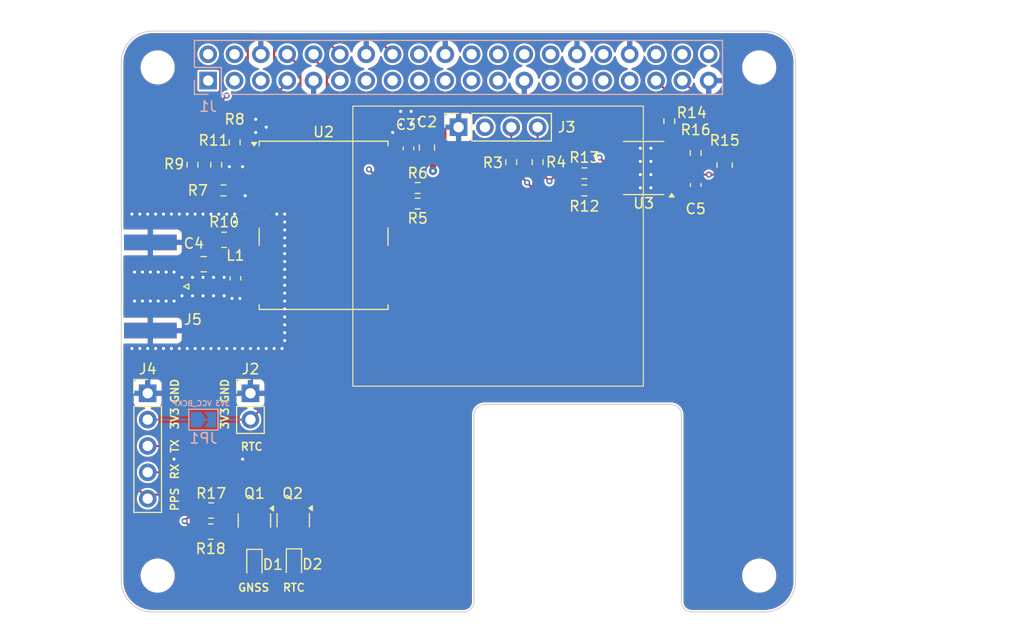
<source format=kicad_pcb>
(kicad_pcb (version 20241229) (generator "pcbnew") (generator_version "9.0")
  (title_block (date "15 nov 2012"))
  (layers (0 "F.Cu" signal) (4 "In1.Cu" signal) (6 "In2.Cu" signal) (2 "B.Cu" signal) (13 "F.Paste" user) (15 "B.Paste" user) (5 "F.SilkS" user "F.Silkscreen") (7 "B.SilkS" user "B.Silkscreen") (1 "F.Mask" user) (3 "B.Mask" user) (25 "Edge.Cuts" user))
  (net 0 "")
  (net 1 "GND")
  (net 2 "/GPIO17")
  (net 3 "/GPIO27")
  (net 4 "/GPIO22")
  (net 5 "/GPIO10{slash}SPI0.MOSI")
  (net 6 "/GPIO9{slash}SPI0.MISO")
  (net 7 "/GPIO25")
  (net 8 "/GPIO11{slash}SPI0.SCLK")
  (net 9 "/GPIO8{slash}SPI0.CE0")
  (net 10 "/GPIO7{slash}SPI0.CE1")
  (net 11 "/ID_SDA")
  (net 12 "/ID_SCL")
  (net 13 "/GPIO5")
  (net 14 "/GPIO6")
  (net 15 "/GPIO12{slash}PWM0")
  (net 16 "/GPIO13{slash}PWM1")
  (net 17 "/GPIO16")
  (net 18 "/GPIO20{slash}PCM.DIN")
  (net 19 "/GPIO21{slash}PCM.DOUT")
  (net 20 "+5V")
  (net 21 "UART_TX")
  (net 22 "+3.3V")
  (net 23 "UART_RX")
  (net 24 "SCL")
  (net 25 "SDA")
  (net 26 "PPS")
  (net 27 "VCC_BCKP")
  (net 28 "RESET")
  (net 29 "SAFEBOOT")
  (net 30 "EXTINT")
  (net 31 "PPS_RTC")
  (net 32 "RTC_RESET")
  (net 33 "Net-(D1-K)")
  (net 34 "Net-(D2-K)")
  (net 35 "Net-(C4-Pad1)")
  (net 36 "Net-(J3-Pin_3)")
  (net 37 "Net-(J3-Pin_4)")
  (net 38 "Net-(J5-In)")
  (net 39 "Net-(U2-TXD)")
  (net 40 "Net-(U2-RXD)")
  (net 41 "Net-(U2-EXTINT)")
  (net 42 "Net-(U2-SAFEBOOT_N)")
  (net 43 "Net-(U2-~{RESET})")
  (net 44 "Net-(U2-VCC_RF)")
  (net 45 "Net-(U2-TIMEPULSE)")
  (net 46 "Net-(U3-SCL)")
  (net 47 "Net-(U3-SDA)")
  (net 48 "Net-(U3-~{RST})")
  (net 49 "Net-(U3-~{INT}{slash}SQW)")
  (net 61 "Net-(D1-A)")
  (net 62 "Net-(D2-A)")
  (footprint "Connector_PinSocket_2.54mm:PinSocket_1x04_P2.54mm_Vertical" (layer "F.Cu") (at 132.512 53.264 90)
    (property "Reference" "J3" (at 0 10.414 180) (layer "F.SilkS"))
    (property "Value" "OLED")
    (pad "1" thru_hole rect (at 0 0 90) (size 1.7 1.7) (drill 1) (layers "*.Cu" "*.Mask") (net 1 "GND"))
    (pad "2" thru_hole oval (at 0 2.54 90) (size 1.7 1.7) (drill 1) (layers "*.Cu" "*.Mask") (net 22 "+3.3V"))
    (pad "3" thru_hole oval (at 0 5.08 90) (size 1.7 1.7) (drill 1) (layers "*.Cu" "*.Mask") (net 36 "Net-(J3-Pin_3)"))
    (pad "4" thru_hole oval (at 0 7.62 90) (size 1.7 1.7) (drill 1) (layers "*.Cu" "*.Mask") (net 37 "Net-(J3-Pin_4)"))
  )
  (footprint "Resistor_SMD:R_0805_2012Metric" (layer "F.Cu") (at 108.6595 90.221)
    (property "Reference" "R17" (at 0 -1.65 0) (layer "F.SilkS"))
    (property "Value" "1k")
    (pad "1" smd roundrect (at -0.9125 0) (size 1.025 1.4) (layers "F.Cu" "F.Mask" "F.Paste") (roundrect_rratio 0.243902) (net 22 "+3.3V"))
    (pad "2" smd roundrect (at 0.9125 0) (size 1.025 1.4) (layers "F.Cu" "F.Mask" "F.Paste") (roundrect_rratio 0.243902) (net 61 "Net-(D1-A)"))
  )
  (footprint "MountingHole:MountingHole_2.7mm_M2.5" (layer "F.Cu") (at 161.5 47.5)
    (property "Reference" "MH2" (hide yes))
    (property "Value" "MountingHole_2.7mm_M2.5" (hide yes))
    (pad "" np_thru_hole circle (at 0 0) (size 2.7 2.7) (drill 2.7) (layers "*.Cu" "*.Mask"))
  )
  (footprint "Resistor_SMD:R_0805_2012Metric" (layer "F.Cu") (at 108.6125 92.253)
    (property "Reference" "R18" (at 0 1.651 0) (layer "F.SilkS"))
    (property "Value" "1k")
    (pad "1" smd roundrect (at -0.9125 0) (size 1.025 1.4) (layers "F.Cu" "F.Mask" "F.Paste") (roundrect_rratio 0.243902) (net 22 "+3.3V"))
    (pad "2" smd roundrect (at 0.9125 0) (size 1.025 1.4) (layers "F.Cu" "F.Mask" "F.Paste") (roundrect_rratio 0.243902) (net 62 "Net-(D2-A)"))
  )
  (footprint "Resistor_SMD:R_0603_1608Metric" (layer "F.Cu") (at 140.132 56.629 -90)
    (property "Reference" "R4" (at 0 -1.778 0) (layer "F.SilkS"))
    (property "Value" "33")
    (pad "1" smd roundrect (at -0.825 0 270) (size 0.8 0.95) (layers "F.Cu" "F.Mask" "F.Paste") (net 37 "Net-(J3-Pin_4)"))
    (pad "2" smd roundrect (at 0.825 0 270) (size 0.8 0.95) (layers "F.Cu" "F.Mask" "F.Paste") (net 25 "SDA"))
  )
  (footprint "Resistor_SMD:R_0603_1608Metric" (layer "F.Cu") (at 155.372 55.741 -90)
    (property "Reference" "R16" (at -2.223 0 180) (layer "F.SilkS"))
    (property "Value" "33")
    (pad "1" smd roundrect (at -0.825 0 270) (size 0.8 0.95) (layers "F.Cu" "F.Mask" "F.Paste") (net 31 "PPS_RTC"))
    (pad "2" smd roundrect (at 0.825 0 270) (size 0.8 0.95) (layers "F.Cu" "F.Mask" "F.Paste") (net 49 "Net-(U3-~{INT}{slash}SQW)"))
  )
  (footprint "Resistor_SMD:R_0603_1608Metric" (layer "F.Cu") (at 137.592 56.629 90)
    (property "Reference" "R3" (at -0.063 -1.778 0) (layer "F.SilkS"))
    (property "Value" "33")
    (pad "1" smd roundrect (at -0.825 0 90) (size 0.8 0.95) (layers "F.Cu" "F.Mask" "F.Paste") (net 24 "SCL"))
    (pad "2" smd roundrect (at 0.825 0 90) (size 0.8 0.95) (layers "F.Cu" "F.Mask" "F.Paste") (net 36 "Net-(J3-Pin_3)"))
  )
  (footprint "Resistor_SMD:R_0603_1608Metric" (layer "F.Cu") (at 109.144 56.883 -90)
    (property "Reference" "R11" (at -2.349 0.254 180) (layer "F.SilkS"))
    (property "Value" "33")
    (pad "1" smd roundrect (at -0.825 0 270) (size 0.8 0.95) (layers "F.Cu" "F.Mask" "F.Paste") (net 26 "PPS"))
    (pad "2" smd roundrect (at 0.825 0 270) (size 0.8 0.95) (layers "F.Cu" "F.Mask" "F.Paste") (net 45 "Net-(U2-TIMEPULSE)"))
  )
  (footprint "Package_TO_SOT_SMD:SOT-23" (layer "F.Cu") (at 116.571 91.1585 -90)
    (property "Reference" "Q2" (at -2.5885 0.061 180) (layer "F.SilkS"))
    (property "Value" "BC846")
    (pad "1" smd roundrect (at -0.9375 -0.95 270) (size 1.475 0.6) (layers "F.Cu" "F.Mask" "F.Paste") (net 31 "PPS_RTC"))
    (pad "2" smd roundrect (at -0.9375 0.95 270) (size 1.475 0.6) (layers "F.Cu" "F.Mask" "F.Paste") (net 1 "GND"))
    (pad "3" smd roundrect (at 0.9375 0 270) (size 1.475 0.6) (layers "F.Cu" "F.Mask" "F.Paste") (net 34 "Net-(D2-K)"))
  )
  (footprint "RF_GPS:ublox_NEO" (layer "F.Cu") (at 119.496 62.724)
    (property "Reference" "U2" (at 0 -9 0) (layer "F.SilkS"))
    (property "Value" "NEO-F10T")
    (pad "1" smd roundrect (at -6 -7) (size 1.8 0.8) (layers "F.Cu" "F.Mask" "F.Paste") (net 42 "Net-(U2-SAFEBOOT_N)"))
    (pad "2" smd roundrect (at -6 -5.9) (size 1.8 0.8) (layers "F.Cu" "F.Mask" "F.Paste"))
    (pad "3" smd roundrect (at -6 -4.8) (size 1.8 0.8) (layers "F.Cu" "F.Mask" "F.Paste") (net 45 "Net-(U2-TIMEPULSE)"))
    (pad "4" smd roundrect (at -6 -3.7) (size 1.8 0.8) (layers "F.Cu" "F.Mask" "F.Paste") (net 41 "Net-(U2-EXTINT)"))
    (pad "5" smd roundrect (at -6 -2.6) (size 1.8 0.8) (layers "F.Cu" "F.Mask" "F.Paste"))
    (pad "6" smd roundrect (at -6 -1.5) (size 1.8 0.8) (layers "F.Cu" "F.Mask" "F.Paste"))
    (pad "7" smd roundrect (at -6 -0.4) (size 1.8 0.8) (layers "F.Cu" "F.Mask" "F.Paste"))
    (pad "8" smd roundrect (at -6 2.6) (size 1.8 0.8) (layers "F.Cu" "F.Mask" "F.Paste") (net 43 "Net-(U2-~{RESET})"))
    (pad "9" smd roundrect (at -6 3.7) (size 1.8 0.8) (layers "F.Cu" "F.Mask" "F.Paste") (net 44 "Net-(U2-VCC_RF)"))
    (pad "10" smd roundrect (at -6 4.8) (size 1.8 0.8) (layers "F.Cu" "F.Mask" "F.Paste") (net 1 "GND"))
    (pad "11" smd roundrect (at -6 5.9) (size 1.8 0.8) (layers "F.Cu" "F.Mask" "F.Paste") (net 38 "Net-(J5-In)"))
    (pad "12" smd roundrect (at -6 7) (size 1.8 0.8) (layers "F.Cu" "F.Mask" "F.Paste") (net 1 "GND"))
    (pad "13" smd roundrect (at 6 7) (size 1.8 0.8) (layers "F.Cu" "F.Mask" "F.Paste") (net 1 "GND"))
    (pad "14" smd roundrect (at 6 5.9) (size 1.8 0.8) (layers "F.Cu" "F.Mask" "F.Paste"))
    (pad "15" smd roundrect (at 6 4.8) (size 1.8 0.8) (layers "F.Cu" "F.Mask" "F.Paste"))
    (pad "16" smd roundrect (at 6 3.7) (size 1.8 0.8) (layers "F.Cu" "F.Mask" "F.Paste"))
    (pad "17" smd roundrect (at 6 2.6) (size 1.8 0.8) (layers "F.Cu" "F.Mask" "F.Paste"))
    (pad "18" smd roundrect (at 6 -0.4) (size 1.8 0.8) (layers "F.Cu" "F.Mask" "F.Paste"))
    (pad "19" smd roundrect (at 6 -1.5) (size 1.8 0.8) (layers "F.Cu" "F.Mask" "F.Paste"))
    (pad "20" smd roundrect (at 6 -2.6) (size 1.8 0.8) (layers "F.Cu" "F.Mask" "F.Paste") (net 39 "Net-(U2-TXD)"))
    (pad "21" smd roundrect (at 6 -3.7) (size 1.8 0.8) (layers "F.Cu" "F.Mask" "F.Paste") (net 40 "Net-(U2-RXD)"))
    (pad "22" smd roundrect (at 6 -4.8) (size 1.8 0.8) (layers "F.Cu" "F.Mask" "F.Paste") (net 27 "VCC_BCKP"))
    (pad "23" smd roundrect (at 6 -5.9) (size 1.8 0.8) (layers "F.Cu" "F.Mask" "F.Paste") (net 22 "+3.3V"))
    (pad "24" smd roundrect (at 6 -7) (size 1.8 0.8) (layers "F.Cu" "F.Mask" "F.Paste") (net 1 "GND"))
  )
  (footprint "Resistor_SMD:R_0805_2012Metric" (layer "F.Cu") (at 158.166 56.9235 -90)
    (property "Reference" "R15" (at -2.3895 0 180) (layer "F.SilkS"))
    (property "Value" "10k")
    (pad "1" smd roundrect (at -0.9125 0 270) (size 1.025 1.4) (layers "F.Cu" "F.Mask" "F.Paste") (roundrect_rratio 0.243902) (net 49 "Net-(U3-~{INT}{slash}SQW)"))
    (pad "2" smd roundrect (at 0.9125 0 270) (size 1.025 1.4) (layers "F.Cu" "F.Mask" "F.Paste") (roundrect_rratio 0.243902) (net 22 "+3.3V"))
  )
  (footprint "MountingHole:MountingHole_2.7mm_M2.5" (layer "F.Cu") (at 103.5 96.5)
    (property "Reference" "MH3" (hide yes))
    (property "Value" "MountingHole_2.7mm_M2.5" (hide yes))
    (pad "" np_thru_hole circle (at 0 0) (size 2.7 2.7) (drill 2.7) (layers "*.Cu" "*.Mask"))
  )
  (footprint "Capacitor_SMD:C_0603_1608Metric" (layer "F.Cu") (at 127.686 55.309 -90)
    (property "Reference" "C3" (at -2.299 0.254 180) (layer "F.SilkS"))
    (property "Value" "1u")
    (pad "1" smd roundrect (at -0.775 0 270) (size 0.9 0.95) (layers "F.Cu" "F.Mask" "F.Paste") (net 1 "GND"))
    (pad "2" smd roundrect (at 0.775 0 270) (size 0.9 0.95) (layers "F.Cu" "F.Mask" "F.Paste") (net 22 "+3.3V"))
  )
  (footprint "Capacitor_SMD:C_0805_2012Metric" (layer "F.Cu") (at 107.94 66.472 180)
    (property "Reference" "C4" (at 0.95 2 0) (layer "F.SilkS"))
    (property "Value" "10n")
    (pad "1" smd roundrect (at -0.95 0 180) (size 1 1.45) (layers "F.Cu" "F.Mask" "F.Paste") (net 35 "Net-(C4-Pad1)"))
    (pad "2" smd roundrect (at 0.95 0 180) (size 1 1.45) (layers "F.Cu" "F.Mask" "F.Paste") (net 1 "GND"))
  )
  (footprint "Resistor_SMD:R_0603_1608Metric" (layer "F.Cu") (at 110.922 54.725 -90)
    (property "Reference" "R8" (at -2.223 0 180) (layer "F.SilkS"))
    (property "Value" "33")
    (pad "1" smd roundrect (at -0.825 0 270) (size 0.8 0.95) (layers "F.Cu" "F.Mask" "F.Paste") (net 29 "SAFEBOOT"))
    (pad "2" smd roundrect (at 0.825 0 270) (size 0.8 0.95) (layers "F.Cu" "F.Mask" "F.Paste") (net 42 "Net-(U2-SAFEBOOT_N)"))
  )
  (footprint "Connector_PinHeader_2.54mm:PinHeader_1x02_P2.54mm_Vertical" (layer "F.Cu") (at 112.446 78.918)
    (property "Reference" "J2" (at 0 -2.33 0) (layer "F.SilkS"))
    (property "Value" "BCKP_PWR")
    (pad "1" thru_hole rect (at 0 0) (size 1.7 1.7) (drill 1) (layers "*.Cu" "*.Mask") (net 1 "GND"))
    (pad "2" thru_hole oval (at 0 2.54) (size 1.7 1.7) (drill 1) (layers "*.Cu" "*.Mask") (net 27 "VCC_BCKP"))
  )
  (footprint "MountingHole:MountingHole_2.7mm_M2.5" (layer "F.Cu") (at 103.5 47.5)
    (property "Reference" "MH1" (hide yes))
    (property "Value" "MountingHole_2.7mm_M2.5" (hide yes))
    (pad "" np_thru_hole circle (at 0 0) (size 2.7 2.7) (drill 2.7) (layers "*.Cu" "*.Mask"))
  )
  (footprint "Resistor_SMD:R_0603_1608Metric" (layer "F.Cu") (at 144.641 59.36)
    (property "Reference" "R12" (at 0 1.524 0) (layer "F.SilkS"))
    (property "Value" "33")
    (pad "1" smd roundrect (at -0.825 0) (size 0.8 0.95) (layers "F.Cu" "F.Mask" "F.Paste") (net 24 "SCL"))
    (pad "2" smd roundrect (at 0.825 0) (size 0.8 0.95) (layers "F.Cu" "F.Mask" "F.Paste") (net 46 "Net-(U3-SCL)"))
  )
  (footprint "Connector_PinHeader_2.54mm:PinHeader_1x05_P2.54mm_Vertical" (layer "F.Cu") (at 102.54 78.918)
    (property "Reference" "J4" (at 0 -2.33 0) (layer "F.SilkS"))
    (property "Value" "EXTERNAL")
    (pad "1" thru_hole rect (at 0 0) (size 1.7 1.7) (drill 1) (layers "*.Cu" "*.Mask") (net 1 "GND"))
    (pad "2" thru_hole oval (at 0 2.54) (size 1.7 1.7) (drill 1) (layers "*.Cu" "*.Mask") (net 22 "+3.3V"))
    (pad "3" thru_hole oval (at 0 5.08) (size 1.7 1.7) (drill 1) (layers "*.Cu" "*.Mask") (net 21 "UART_TX"))
    (pad "4" thru_hole oval (at 0 7.62) (size 1.7 1.7) (drill 1) (layers "*.Cu" "*.Mask") (net 23 "UART_RX"))
    (pad "5" thru_hole oval (at 0 10.16) (size 1.7 1.7) (drill 1) (layers "*.Cu" "*.Mask") (net 26 "PPS"))
  )
  (footprint "Capacitor_SMD:C_0805_2012Metric" (layer "F.Cu") (at 129.464 55.23 -90)
    (property "Reference" "C2" (at -2.474 0 180) (layer "F.SilkS"))
    (property "Value" "22u")
    (pad "1" smd roundrect (at -0.95 0 270) (size 1 1.45) (layers "F.Cu" "F.Mask" "F.Paste") (net 1 "GND"))
    (pad "2" smd roundrect (at 0.95 0 270) (size 1 1.45) (layers "F.Cu" "F.Mask" "F.Paste") (net 22 "+3.3V"))
  )
  (footprint "Resistor_SMD:R_0603_1608Metric" (layer "F.Cu") (at 152.832 52.693 90)
    (property "Reference" "R14" (at 0.826 2.159 180) (layer "F.SilkS"))
    (property "Value" "33")
    (pad "1" smd roundrect (at -0.825 0 90) (size 0.8 0.95) (layers "F.Cu" "F.Mask" "F.Paste") (net 48 "Net-(U3-~{RST})"))
    (pad "2" smd roundrect (at 0.825 0 90) (size 0.8 0.95) (layers "F.Cu" "F.Mask" "F.Paste") (net 32 "RTC_RESET"))
  )
  (footprint "Inductor_SMD:L_0603_1608Metric" (layer "F.Cu") (at 110.996 67.8365 -90)
    (property "Reference" "L1" (at -2.2125 0 180) (layer "F.SilkS"))
    (property "Value" "47n")
    (pad "1" smd roundrect (at -0.7875 0 270) (size 0.875 0.95) (layers "F.Cu" "F.Mask" "F.Paste") (net 35 "Net-(C4-Pad1)"))
    (pad "2" smd roundrect (at 0.7875 0 270) (size 0.875 0.95) (layers "F.Cu" "F.Mask" "F.Paste") (net 38 "Net-(J5-In)"))
  )
  (footprint "Resistor_SMD:R_0603_1608Metric" (layer "F.Cu") (at 144.641 57.709 180)
    (property "Reference" "R13" (at 0 1.524 0) (layer "F.SilkS"))
    (property "Value" "33")
    (pad "1" smd roundrect (at -0.825 0 180) (size 0.8 0.95) (layers "F.Cu" "F.Mask" "F.Paste") (net 47 "Net-(U3-SDA)"))
    (pad "2" smd roundrect (at 0.825 0 180) (size 0.8 0.95) (layers "F.Cu" "F.Mask" "F.Paste") (net 25 "SDA"))
  )
  (footprint "Package_SO:SOIC-8_3.9x4.9mm_P1.27mm" (layer "F.Cu") (at 150.357 57.201 180)
    (property "Reference" "U3" (at 0 -3.4 0) (layer "F.SilkS"))
    (property "Value" "DS3231MZ")
    (pad "1" smd roundrect (at -2.475 -1.905 180) (size 1.95 0.6) (layers "F.Cu" "F.Mask" "F.Paste"))
    (pad "2" smd roundrect (at -2.475 -0.635 180) (size 1.95 0.6) (layers "F.Cu" "F.Mask" "F.Paste") (net 22 "+3.3V"))
    (pad "3" smd roundrect (at -2.475 0.635 180) (size 1.95 0.6) (layers "F.Cu" "F.Mask" "F.Paste") (net 49 "Net-(U3-~{INT}{slash}SQW)"))
    (pad "4" smd roundrect (at -2.475 1.905 180) (size 1.95 0.6) (layers "F.Cu" "F.Mask" "F.Paste") (net 48 "Net-(U3-~{RST})"))
    (pad "5" smd roundrect (at 2.475 1.905 180) (size 1.95 0.6) (layers "F.Cu" "F.Mask" "F.Paste") (net 1 "GND"))
    (pad "6" smd roundrect (at 2.475 0.635 180) (size 1.95 0.6) (layers "F.Cu" "F.Mask" "F.Paste") (net 27 "VCC_BCKP"))
    (pad "7" smd roundrect (at 2.475 -0.635 180) (size 1.95 0.6) (layers "F.Cu" "F.Mask" "F.Paste") (net 47 "Net-(U3-SDA)"))
    (pad "8" smd roundrect (at 2.475 -1.905 180) (size 1.95 0.6) (layers "F.Cu" "F.Mask" "F.Paste") (net 46 "Net-(U3-SCL)"))
  )
  (footprint "MountingHole:MountingHole_2.7mm_M2.5" (layer "F.Cu") (at 161.5 96.5)
    (property "Reference" "MH4" (hide yes))
    (property "Value" "MountingHole_2.7mm_M2.5" (hide yes))
    (pad "" np_thru_hole circle (at 0 0) (size 2.7 2.7) (drill 2.7) (layers "*.Cu" "*.Mask"))
  )
  (footprint "LED_SMD:LED_0603_1608Metric" (layer "F.Cu") (at 116.637 95.4025 -90)
    (property "Reference" "D2" (at 0 -1.778 180) (layer "F.SilkS"))
    (property "Value" "LED")
    (pad "1" smd roundrect (at -0.7875 0 270) (size 0.875 0.95) (layers "F.Cu" "F.Mask" "F.Paste") (net 34 "Net-(D2-K)"))
    (pad "2" smd roundrect (at 0.7875 0 270) (size 0.875 0.95) (layers "F.Cu" "F.Mask" "F.Paste") (net 62 "Net-(D2-A)"))
  )
  (footprint "Package_TO_SOT_SMD:SOT-23" (layer "F.Cu") (at 112.827 91.1885 -90)
    (property "Reference" "Q1" (at -2.6185 0 180) (layer "F.SilkS"))
    (property "Value" "BC846")
    (pad "1" smd roundrect (at -0.9375 -0.95 270) (size 1.475 0.6) (layers "F.Cu" "F.Mask" "F.Paste") (net 26 "PPS"))
    (pad "2" smd roundrect (at -0.9375 0.95 270) (size 1.475 0.6) (layers "F.Cu" "F.Mask" "F.Paste") (net 1 "GND"))
    (pad "3" smd roundrect (at 0.9375 0 270) (size 1.475 0.6) (layers "F.Cu" "F.Mask" "F.Paste") (net 33 "Net-(D1-K)"))
  )
  (footprint "LED_SMD:LED_0603_1608Metric" (layer "F.Cu") (at 112.827 95.4535 -90)
    (property "Reference" "D1" (at -0.0255 -1.778 180) (layer "F.SilkS"))
    (property "Value" "LED")
    (pad "1" smd roundrect (at -0.7875 0 270) (size 0.875 0.95) (layers "F.Cu" "F.Mask" "F.Paste") (net 33 "Net-(D1-K)"))
    (pad "2" smd roundrect (at 0.7875 0 270) (size 0.875 0.95) (layers "F.Cu" "F.Mask" "F.Paste") (net 61 "Net-(D1-A)"))
  )
  (footprint "Resistor_SMD:R_0603_1608Metric" (layer "F.Cu") (at 128.571 59.124)
    (property "Reference" "R6" (at 0 -1.43 0) (layer "F.SilkS"))
    (property "Value" "33")
    (pad "1" smd roundrect (at -0.825 0) (size 0.8 0.95) (layers "F.Cu" "F.Mask" "F.Paste") (net 40 "Net-(U2-RXD)"))
    (pad "2" smd roundrect (at 0.825 0) (size 0.8 0.95) (layers "F.Cu" "F.Mask" "F.Paste") (net 21 "UART_TX"))
  )
  (footprint "Resistor_SMD:R_0603_1608Metric" (layer "F.Cu") (at 128.571 60.624 180)
    (property "Reference" "R5" (at 0 -1.43 0) (layer "F.SilkS"))
    (property "Value" "33")
    (pad "1" smd roundrect (at -0.825 0 180) (size 0.8 0.95) (layers "F.Cu" "F.Mask" "F.Paste") (net 23 "UART_RX"))
    (pad "2" smd roundrect (at 0.825 0 180) (size 0.8 0.95) (layers "F.Cu" "F.Mask" "F.Paste") (net 39 "Net-(U2-TXD)"))
  )
  (footprint "Resistor_SMD:R_0805_2012Metric" (layer "F.Cu") (at 109.9085 64.124 180)
    (property "Reference" "R10" (at 0.0025 1.716 0) (layer "F.SilkS"))
    (property "Value" "10")
    (pad "1" smd roundrect (at -0.9125 0 180) (size 1.025 1.4) (layers "F.Cu" "F.Mask" "F.Paste") (roundrect_rratio 0.243902) (net 44 "Net-(U2-VCC_RF)"))
    (pad "2" smd roundrect (at 0.9125 0 180) (size 1.025 1.4) (layers "F.Cu" "F.Mask" "F.Paste") (roundrect_rratio 0.243902) (net 35 "Net-(C4-Pad1)"))
  )
  (footprint "Resistor_SMD:R_0603_1608Metric" (layer "F.Cu") (at 106.858 56.883 90)
    (property "Reference" "R9" (at 0.063 -1.778 180) (layer "F.SilkS"))
    (property "Value" "33")
    (pad "1" smd roundrect (at -0.825 0 90) (size 0.8 0.95) (layers "F.Cu" "F.Mask" "F.Paste") (net 43 "Net-(U2-~{RESET})"))
    (pad "2" smd roundrect (at 0.825 0 90) (size 0.8 0.95) (layers "F.Cu" "F.Mask" "F.Paste") (net 28 "RESET"))
  )
  (footprint "Connector_Coaxial:SMA_Amphenol_132289_EdgeMount" (layer "F.Cu") (at 102.794 68.624 180)
    (property "Reference" "J5" (at -4.108 -3.182 180) (layer "F.SilkS"))
    (property "Value" "SMA")
    (pad "1" smd rect (at 0 0 270) (size 1.5 5.08) (layers "F.Cu" "F.Mask" "F.Paste") (net 38 "Net-(J5-In)"))
    (pad "2" smd rect (at 0 -4.25 270) (size 1.5 5.08) (layers "F.Cu" "F.Mask" "F.Paste") (net 1 "GND"))
    (pad "2" smd rect (at 0 -4.25 270) (size 1.5 5.08) (layers "B.Cu" "B.Mask" "B.Paste") (net 1 "GND"))
    (pad "2" smd rect (at 0 4.25 270) (size 1.5 5.08) (layers "F.Cu" "F.Mask" "F.Paste") (net 1 "GND"))
    (pad "2" smd rect (at 0 4.25 270) (size 1.5 5.08) (layers "B.Cu" "B.Mask" "B.Paste") (net 1 "GND"))
  )
  (footprint "Resistor_SMD:R_0603_1608Metric" (layer "F.Cu") (at 109.843 59.36)
    (property "Reference" "R7" (at -2.477 0 0) (layer "F.SilkS"))
    (property "Value" "33")
    (pad "1" smd roundrect (at -0.825 0) (size 0.8 0.95) (layers "F.Cu" "F.Mask" "F.Paste") (net 30 "EXTINT"))
    (pad "2" smd roundrect (at 0.825 0) (size 0.8 0.95) (layers "F.Cu" "F.Mask" "F.Paste") (net 41 "Net-(U2-EXTINT)"))
  )
  (footprint "Capacitor_SMD:C_0603_1608Metric" (layer "F.Cu") (at 155.372 58.839 -90)
    (property "Reference" "C5" (at 2.299 0 180) (layer "F.SilkS"))
    (property "Value" "1u")
    (pad "1" smd roundrect (at -0.775 0 270) (size 0.9 0.95) (layers "F.Cu" "F.Mask" "F.Paste") (net 22 "+3.3V"))
    (pad "2" smd roundrect (at 0.775 0 270) (size 0.9 0.95) (layers "F.Cu" "F.Mask" "F.Paste") (net 1 "GND"))
  )
  (footprint "Connector_PinSocket_2.54mm:PinSocket_2x20_P2.54mm_Vertical" (layer "B.Cu") (at 108.37 48.77 -90)
    (property "Reference" "J1" (at 2.5 0 0) (layer "B.SilkS") (effects (justify mirror)))
    (property "Value" "GPIO")
    (pad "1" thru_hole rect (at 0 0 270) (size 1.7 1.7) (drill 1) (layers "*.Cu" "*.Mask") (net 22 "+3.3V"))
    (pad "2" thru_hole oval (at -2.54 0 270) (size 1.7 1.7) (drill 1) (layers "*.Cu" "*.Mask") (net 20 "+5V"))
    (pad "3" thru_hole oval (at 0 -2.54 270) (size 1.7 1.7) (drill 1) (layers "*.Cu" "*.Mask") (net 25 "SDA"))
    (pad "4" thru_hole oval (at -2.54 -2.54 270) (size 1.7 1.7) (drill 1) (layers "*.Cu" "*.Mask") (net 20 "+5V"))
    (pad "5" thru_hole oval (at 0 -5.08 270) (size 1.7 1.7) (drill 1) (layers "*.Cu" "*.Mask") (net 24 "SCL"))
    (pad "6" thru_hole oval (at -2.54 -5.08 270) (size 1.7 1.7) (drill 1) (layers "*.Cu" "*.Mask") (net 1 "GND"))
    (pad "7" thru_hole oval (at 0 -7.62 270) (size 1.7 1.7) (drill 1) (layers "*.Cu" "*.Mask") (net 26 "PPS"))
    (pad "8" thru_hole oval (at -2.54 -7.62 270) (size 1.7 1.7) (drill 1) (layers "*.Cu" "*.Mask") (net 21 "UART_TX"))
    (pad "9" thru_hole oval (at 0 -10.16 270) (size 1.7 1.7) (drill 1) (layers "*.Cu" "*.Mask") (net 1 "GND"))
    (pad "10" thru_hole oval (at -2.54 -10.16 270) (size 1.7 1.7) (drill 1) (layers "*.Cu" "*.Mask") (net 23 "UART_RX"))
    (pad "11" thru_hole oval (at 0 -12.7 270) (size 1.7 1.7) (drill 1) (layers "*.Cu" "*.Mask") (net 2 "/GPIO17"))
    (pad "12" thru_hole oval (at -2.54 -12.7 270) (size 1.7 1.7) (drill 1) (layers "*.Cu" "*.Mask") (net 29 "SAFEBOOT"))
    (pad "13" thru_hole oval (at 0 -15.24 270) (size 1.7 1.7) (drill 1) (layers "*.Cu" "*.Mask") (net 3 "/GPIO27"))
    (pad "14" thru_hole oval (at -2.54 -15.24 270) (size 1.7 1.7) (drill 1) (layers "*.Cu" "*.Mask") (net 1 "GND"))
    (pad "15" thru_hole oval (at 0 -17.78 270) (size 1.7 1.7) (drill 1) (layers "*.Cu" "*.Mask") (net 4 "/GPIO22"))
    (pad "16" thru_hole oval (at -2.54 -17.78 270) (size 1.7 1.7) (drill 1) (layers "*.Cu" "*.Mask") (net 30 "EXTINT"))
    (pad "17" thru_hole oval (at 0 -20.32 270) (size 1.7 1.7) (drill 1) (layers "*.Cu" "*.Mask") (net 22 "+3.3V"))
    (pad "18" thru_hole oval (at -2.54 -20.32 270) (size 1.7 1.7) (drill 1) (layers "*.Cu" "*.Mask") (net 28 "RESET"))
    (pad "19" thru_hole oval (at 0 -22.86 270) (size 1.7 1.7) (drill 1) (layers "*.Cu" "*.Mask") (net 5 "/GPIO10{slash}SPI0.MOSI"))
    (pad "20" thru_hole oval (at -2.54 -22.86 270) (size 1.7 1.7) (drill 1) (layers "*.Cu" "*.Mask") (net 1 "GND"))
    (pad "21" thru_hole oval (at 0 -25.4 270) (size 1.7 1.7) (drill 1) (layers "*.Cu" "*.Mask") (net 6 "/GPIO9{slash}SPI0.MISO"))
    (pad "22" thru_hole oval (at -2.54 -25.4 270) (size 1.7 1.7) (drill 1) (layers "*.Cu" "*.Mask") (net 7 "/GPIO25"))
    (pad "23" thru_hole oval (at 0 -27.94 270) (size 1.7 1.7) (drill 1) (layers "*.Cu" "*.Mask") (net 8 "/GPIO11{slash}SPI0.SCLK"))
    (pad "24" thru_hole oval (at -2.54 -27.94 270) (size 1.7 1.7) (drill 1) (layers "*.Cu" "*.Mask") (net 9 "/GPIO8{slash}SPI0.CE0"))
    (pad "25" thru_hole oval (at 0 -30.48 270) (size 1.7 1.7) (drill 1) (layers "*.Cu" "*.Mask") (net 1 "GND"))
    (pad "26" thru_hole oval (at -2.54 -30.48 270) (size 1.7 1.7) (drill 1) (layers "*.Cu" "*.Mask") (net 10 "/GPIO7{slash}SPI0.CE1"))
    (pad "27" thru_hole oval (at 0 -33.02 270) (size 1.7 1.7) (drill 1) (layers "*.Cu" "*.Mask") (net 11 "/ID_SDA"))
    (pad "28" thru_hole oval (at -2.54 -33.02 270) (size 1.7 1.7) (drill 1) (layers "*.Cu" "*.Mask") (net 12 "/ID_SCL"))
    (pad "29" thru_hole oval (at 0 -35.56 270) (size 1.7 1.7) (drill 1) (layers "*.Cu" "*.Mask") (net 13 "/GPIO5"))
    (pad "30" thru_hole oval (at -2.54 -35.56 270) (size 1.7 1.7) (drill 1) (layers "*.Cu" "*.Mask") (net 1 "GND"))
    (pad "31" thru_hole oval (at 0 -38.1 270) (size 1.7 1.7) (drill 1) (layers "*.Cu" "*.Mask") (net 14 "/GPIO6"))
    (pad "32" thru_hole oval (at -2.54 -38.1 270) (size 1.7 1.7) (drill 1) (layers "*.Cu" "*.Mask") (net 15 "/GPIO12{slash}PWM0"))
    (pad "33" thru_hole oval (at 0 -40.64 270) (size 1.7 1.7) (drill 1) (layers "*.Cu" "*.Mask") (net 16 "/GPIO13{slash}PWM1"))
    (pad "34" thru_hole oval (at -2.54 -40.64 270) (size 1.7 1.7) (drill 1) (layers "*.Cu" "*.Mask") (net 1 "GND"))
    (pad "35" thru_hole oval (at 0 -43.18 270) (size 1.7 1.7) (drill 1) (layers "*.Cu" "*.Mask") (net 32 "RTC_RESET"))
    (pad "36" thru_hole oval (at -2.54 -43.18 270) (size 1.7 1.7) (drill 1) (layers "*.Cu" "*.Mask") (net 17 "/GPIO16"))
    (pad "37" thru_hole oval (at 0 -45.72 270) (size 1.7 1.7) (drill 1) (layers "*.Cu" "*.Mask") (net 31 "PPS_RTC"))
    (pad "38" thru_hole oval (at -2.54 -45.72 270) (size 1.7 1.7) (drill 1) (layers "*.Cu" "*.Mask") (net 18 "/GPIO20{slash}PCM.DIN"))
    (pad "39" thru_hole oval (at 0 -48.26 270) (size 1.7 1.7) (drill 1) (layers "*.Cu" "*.Mask") (net 1 "GND"))
    (pad "40" thru_hole oval (at -2.54 -48.26 270) (size 1.7 1.7) (drill 1) (layers "*.Cu" "*.Mask") (net 19 "/GPIO21{slash}PCM.DOUT"))
  )
  (footprint "Jumper:SolderJumper-2_P1.3mm_Open_TrianglePad1.0x1.5mm" (layer "B.Cu") (at 107.911 81.458)
    (property "Reference" "JP1" (at 0 1.8 0) (layer "B.SilkS") (effects (justify mirror)))
    (property "Value" "VCC_BCPK_JMPR")
    (pad "1" smd custom (at -0.725 0) (size 0.3 0.3) (layers "B.Cu" "B.Mask") (net 22 "+3.3V") (options (clearance outline) (anchor rect)) (primitives (gr_poly (pts (xy 1 0) (xy 0.5 -0.75) (xy -0.5 -0.75) (xy -0.5 0.75) (xy 0.5 0.75)) (width 0) (fill yes))))
    (pad "2" smd custom (at 0.725 0) (size 0.3 0.3) (layers "B.Cu" "B.Mask") (net 27 "VCC_BCKP") (options (clearance outline) (anchor rect)) (primitives (gr_poly (pts (xy 0.5 -0.75) (xy -0.65 -0.75) (xy -0.15 0) (xy -0.65 0.75) (xy 0.5 0.75)) (width 0) (fill yes))))
  )
  (gr_line (start 122.322 51.232) (end 150.322 51.232) (stroke (width 0.1)) (layer "F.SilkS"))
  (gr_line (start 150.322 78.232) (end 122.322 78.232) (stroke (width 0.1)) (layer "F.SilkS"))
  (gr_line (start 122.322 78.232) (end 122.322 51.232) (stroke (width 0.1)) (layer "F.SilkS"))
  (gr_line (start 150.322 51.232) (end 150.322 78.232) (stroke (width 0.1)) (layer "F.SilkS"))
  (gr_arc (start 162 44) (mid 164.12132 44.87868) (end 165 47) (stroke (width 0.1)) (layer "Edge.Cuts"))
  (gr_line (start 165 97) (end 165 47) (stroke (width 0.1)) (layer "Edge.Cuts"))
  (gr_arc (start 134 81) (mid 134.292893 80.292893) (end 135 80) (stroke (width 0.1)) (layer "Edge.Cuts"))
  (gr_line (start 100 47) (end 100 81) (stroke (width 0.1)) (layer "Edge.Cuts"))
  (gr_line (start 134 99) (end 134 81) (stroke (width 0.1)) (layer "Edge.Cuts"))
  (gr_arc (start 153 80) (mid 153.707107 80.292893) (end 154 81) (stroke (width 0.1)) (layer "Edge.Cuts"))
  (gr_arc (start 103 100) (mid 100.87868 99.12132) (end 100 97) (stroke (width 0.1)) (layer "Edge.Cuts"))
  (gr_line (start 103 100) (end 133 100) (stroke (width 0.1)) (layer "Edge.Cuts"))
  (gr_arc (start 155 100) (mid 154.292893 99.707107) (end 154 99) (stroke (width 0.1)) (layer "Edge.Cuts"))
  (gr_line (start 155 100) (end 162 100) (stroke (width 0.1)) (layer "Edge.Cuts"))
  (gr_arc (start 165 97) (mid 164.12132 99.12132) (end 162 100) (stroke (width 0.1)) (layer "Edge.Cuts"))
  (gr_arc (start 100 47) (mid 100.87868 44.87868) (end 103 44) (stroke (width 0.1)) (layer "Edge.Cuts"))
  (gr_line (start 135 80) (end 153 80) (stroke (width 0.1)) (layer "Edge.Cuts"))
  (gr_line (start 100 81) (end 100 97) (stroke (width 0.1)) (layer "Edge.Cuts"))
  (gr_arc (start 134 99) (mid 133.707107 99.707107) (end 133 100) (stroke (width 0.1)) (layer "Edge.Cuts"))
  (gr_line (start 154 99) (end 154 81) (stroke (width 0.1)) (layer "Edge.Cuts"))
  (gr_line (start 162 44) (end 103 44) (stroke (width 0.1)) (layer "Edge.Cuts"))
  (gr_text "GNSS" (at 111.176 98.095 0) (layer "F.SilkS") (effects (font (size 0.75 0.75) (thickness 0.15) (bold yes)) (justify left bottom)))
  (gr_text "3V3" (at 110.414 82.474 90) (layer "F.SilkS") (effects (font (size 0.75 0.75) (thickness 0.15) (bold yes)) (justify left bottom)))
  (gr_text "RTC\n" (at 111.43 84.506 0) (layer "F.SilkS") (effects (font (size 0.75 0.75) (thickness 0.15) (bold yes)) (justify left bottom)))
  (gr_text "RTC" (at 115.494 98.095 0) (layer "F.SilkS") (effects (font (size 0.75 0.75) (thickness 0.15) (bold yes)) (justify left bottom)))
  (gr_text "GND" (at 105.588 79.934 90) (layer "F.SilkS") (effects (font (size 0.75 0.75) (thickness 0.15) (bold yes)) (justify left bottom)))
  (gr_text "PPS" (at 105.588 90.348 90) (layer "F.SilkS") (effects (font (size 0.75 0.75) (thickness 0.15) (bold yes)) (justify left bottom)))
  (gr_text "GND" (at 110.414 79.934 90) (layer "F.SilkS") (effects (font (size 0.75 0.75) (thickness 0.15) (bold yes)) (justify left bottom)))
  (gr_text "TX\n" (at 105.588 84.76 90) (layer "F.SilkS") (effects (font (size 0.75 0.75) (thickness 0.15) (bold yes)) (justify left bottom)))
  (gr_text "3V3" (at 105.588 82.474 90) (layer "F.SilkS") (effects (font (size 0.75 0.75) (thickness 0.15) (bold yes)) (justify left bottom)))
  (gr_text "RX\n" (at 105.588 87.3 90) (layer "F.SilkS") (effects (font (size 0.75 0.75) (thickness 0.15) (bold yes)) (justify left bottom)))
  (gr_text "3V3 VCC_BCKP" (at 104.826 80.188 0) (layer "B.SilkS") (effects (font (size 0.5 0.5) (thickness 0.1) (bold yes)) (justify right bottom mirror)))
  (via (at 114.986 61.646) (size 0.6) (drill 0.3) (layers "F.Cu" "B.Cu") (net 1))
  (via (at 107.874 67.742) (size 0.6) (drill 0.3) (layers "F.Cu" "B.Cu") (net 1))
  (via (at 111.43 69.774) (size 0.6) (drill 0.3) (layers "F.Cu" "B.Cu") (net 1))
  (via (at 126.924 51.74) (size 0.6) (drill 0.3) (layers "F.Cu" "B.Cu") (net 1))
  (via (at 109.398 61.646) (size 0.6) (drill 0.3) (layers "F.Cu" "B.Cu") (net 1))
  (via (at 128.702 52.502) (size 0.6) (drill 0.3) (layers "F.Cu" "B.Cu") (net 1))
  (via (at 110.414 57.074) (size 0.6) (drill 0.3) (layers "F.Cu" "B.Cu") (net 1))
  (via (at 105.08 70.028) (size 0.6) (drill 0.3) (layers "F.Cu" "B.Cu") (net 1))
  (via (at 111.684 74.6) (size 0.6) (drill 0.3) (layers "F.Cu" "B.Cu") (net 1))
  (via (at 111.684 85.268) (size 0.6) (drill 0.3) (layers "F.Cu" "B.Cu") (net 1))
  (via (at 101.27 67.234) (size 0.6) (drill 0.3) (layers "F.Cu" "B.Cu") (net 1))
  (via (at 105.842 67.742) (size 0.6) (drill 0.3) (layers "F.Cu" "B.Cu") (net 1))
  (via (at 109.906 67.742) (size 0.6) (drill 0.3) (layers "F.Cu" "B.Cu") (net 1))
  (via (at 151.054 57.836) (size 0.6) (drill 0.3) (layers "F.Cu" "B.Cu") (net 1))
  (via (at 115.748 72.314) (size 0.6) (drill 0.3) (layers "F.Cu" "B.Cu") (net 1))
  (via (at 101.016 74.6) (size 0.6) (drill 0.3) (layers "F.Cu" "B.Cu") (net 1))
  (via (at 109.398 74.6) (size 0.6) (drill 0.3) (layers "F.Cu" "B.Cu") (net 1))
  (via (at 104.826 74.6) (size 0.6) (drill 0.3) (layers "F.Cu" "B.Cu") (net 1))
  (via (at 102.54 61.646) (size 0.6) (drill 0.3) (layers "F.Cu" "B.Cu") (net 1))
  (via (at 115.748 70.79) (size 0.6) (drill 0.3) (layers "F.Cu" "B.Cu") (net 1))
  (via (at 101.27 70.028) (size 0.6) (drill 0.3) (layers "F.Cu" "B.Cu") (net 1))
  (via (at 115.748 73.838) (size 0.6) (drill 0.3) (layers "F.Cu" "B.Cu") (net 1))
  (via (at 115.748 66.218) (size 0.6) (drill 0.3) (layers "F.Cu" "B.Cu") (net 1))
  (via (at 151.054 56.566) (size 0.6) (drill 0.3) (layers "F.Cu" "B.Cu") (net 1))
  (via (at 106.35 61.646) (size 0.6) (drill 0.3) (layers "F.Cu" "B.Cu") (net 1))
  (via (at 112.954 53.772) (size 0.6) (drill 0.3) (layers "F.Cu" "B.Cu") (net 1))
  (via (at 108.89 67.742) (size 0.6) (drill 0.3) (layers "F.Cu" "B.Cu") (net 1))
  (via (at 115.748 61.646) (size 0.6) (drill 0.3) (layers "F.Cu" "B.Cu") (net 1))
  (via (at 151.054 59.106) (size 0.6) (drill 0.3) (layers "F.Cu" "B.Cu") (net 1))
  (via (at 105.08 85.268) (size 0.6) (drill 0.3) (layers "F.Cu" "B.Cu") (net 1))
  (via (at 115.748 63.17) (size 0.6) (drill 0.3) (layers "F.Cu" "B.Cu") (net 1))
  (via (at 115.494 74.6) (size 0.6) (drill 0.3) (layers "F.Cu" "B.Cu") (net 1))
  (via (at 105.588 74.6) (size 0.6) (drill 0.3) (layers "F.Cu" "B.Cu") (net 1))
  (via (at 106.858 67.742) (size 0.6) (drill 0.3) (layers "F.Cu" "B.Cu") (net 1))
  (via (at 101.778 74.6) (size 0.6) (drill 0.3) (layers "F.Cu" "B.Cu") (net 1))
  (via (at 105.842 69.52) (size 0.6) (drill 0.3) (layers "F.Cu" "B.Cu") (net 1))
  (via (at 109.906 69.52) (size 0.6) (drill 0.3) (layers "F.Cu" "B.Cu") (net 1))
  (via (at 115.748 70.028) (size 0.6) (drill 0.3) (layers "F.Cu" "B.Cu") (net 1))
  (via (at 106.858 69.52) (size 0.6) (drill 0.3) (layers "F.Cu" "B.Cu") (net 1))
  (via (at 150.038 56.566) (size 0.6) (drill 0.3) (layers "F.Cu" "B.Cu") (net 1))
  (via (at 102.032 67.234) (size 0.6) (drill 0.3) (layers "F.Cu" "B.Cu") (net 1))
  (via (at 115.748 64.694) (size 0.6) (drill 0.3) (layers "F.Cu" "B.Cu") (net 1))
  (via (at 115.748 67.742) (size 0.6) (drill 0.3) (layers "F.Cu" "B.Cu") (net 1))
  (via (at 108.636 61.646) (size 0.6) (drill 0.3) (layers "F.Cu" "B.Cu") (net 1))
  (via (at 102.794 70.028) (size 0.6) (drill 0.3) (layers "F.Cu" "B.Cu") (net 1))
  (via (at 112.446 74.6) (size 0.6) (drill 0.3) (layers "F.Cu" "B.Cu") (net 1))
  (via (at 110.16 74.6) (size 0.6) (drill 0.3) (layers "F.Cu" "B.Cu") (net 1))
  (via (at 104.064 74.6) (size 0.6) (drill 0.3) (layers "F.Cu" "B.Cu") (net 1))
  (via (at 106.35 74.6) (size 0.6) (drill 0.3) (layers "F.Cu" "B.Cu") (net 1))
  (via (at 111.938 59.868) (size 0.6) (drill 0.3) (layers "F.Cu" "B.Cu") (net 1))
  (via (at 104.064 61.646) (size 0.6) (drill 0.3) (layers "F.Cu" "B.Cu") (net 1))
  (via (at 114.732 74.6) (size 0.6) (drill 0.3) (layers "F.Cu" "B.Cu") (net 1))
  (via (at 110.668 69.774) (size 0.6) (drill 0.3) (layers "F.Cu" "B.Cu") (net 1))
  (via (at 102.54 74.6) (size 0.6) (drill 0.3) (layers "F.Cu" "B.Cu") (net 1))
  (via (at 115.748 66.98) (size 0.6) (drill 0.3) (layers "F.Cu" "B.Cu") (net 1))
  (via (at 150.038 55.296) (size 0.6) (drill 0.3) (layers "F.Cu" "B.Cu") (net 1))
  (via (at 111.684 57.074) (size 0.6) (drill 0.3) (layers "F.Cu" "B.Cu") (net 1))
  (via (at 115.748 71.552) (size 0.6) (drill 0.3) (layers "F.Cu" "B.Cu") (net 1))
  (via (at 103.556 70.028) (size 0.6) (drill 0.3) (layers "F.Cu" "B.Cu") (net 1))
  (via (at 105.588 61.646) (size 0.6) (drill 0.3) (layers "F.Cu" "B.Cu") (net 1))
  (via (at 110.922 62.408) (size 0.6) (drill 0.3) (layers "F.Cu" "B.Cu") (net 1))
  (via (at 105.08 67.234) (size 0.6) (drill 0.3) (layers "F.Cu" "B.Cu") (net 1))
  (via (at 107.112 61.646) (size 0.6) (drill 0.3) (layers "F.Cu" "B.Cu") (net 1))
  (via (at 110.16 61.646) (size 0.6) (drill 0.3) (layers "F.Cu" "B.Cu") (net 1))
  (via (at 126.924 53.01) (size 0.6) (drill 0.3) (layers "F.Cu" "B.Cu") (net 1))
  (via (at 102.032 70.028) (size 0.6) (drill 0.3) (layers "F.Cu" "B.Cu") (net 1))
  (via (at 150.038 57.836) (size 0.6) (drill 0.3) (layers "F.Cu" "B.Cu") (net 1))
  (via (at 115.748 73.076) (size 0.6) (drill 0.3) (layers "F.Cu" "B.Cu") (net 1))
  (via (at 107.874 61.646) (size 0.6) (drill 0.3) (layers "F.Cu" "B.Cu") (net 1))
  (via (at 101.778 61.646) (size 0.6) (drill 0.3) (layers "F.Cu" "B.Cu") (net 1))
  (via (at 104.318 70.028) (size 0.6) (drill 0.3) (layers "F.Cu" "B.Cu") (net 1))
  (via (at 115.748 65.456) (size 0.6) (drill 0.3) (layers "F.Cu" "B.Cu") (net 1))
  (via (at 104.826 61.646) (size 0.6) (drill 0.3) (layers "F.Cu" "B.Cu") (net 1))
  (via (at 110.922 74.6) (size 0.6) (drill 0.3) (layers "F.Cu" "B.Cu") (net 1))
  (via (at 115.748 62.408) (size 0.6) (drill 0.3) (layers "F.Cu" "B.Cu") (net 1))
  (via (at 107.112 74.6) (size 0.6) (drill 0.3) (layers "F.Cu" "B.Cu") (net 1))
  (via (at 101.016 61.646) (size 0.6) (drill 0.3) (layers "F.Cu" "B.Cu") (net 1))
  (via (at 112.954 52.502) (size 0.6) (drill 0.3) (layers "F.Cu" "B.Cu") (net 1))
  (via (at 110.922 61.646) (size 0.6) (drill 0.3) (layers "F.Cu" "B.Cu") (net 1))
  (via (at 150.038 59.106) (size 0.6) (drill 0.3) (layers "F.Cu" "B.Cu") (net 1))
  (via (at 107.874 74.6) (size 0.6) (drill 0.3) (layers "F.Cu" "B.Cu") (net 1))
  (via (at 103.556 67.234) (size 0.6) (drill 0.3) (layers "F.Cu" "B.Cu") (net 1))
  (via (at 103.302 74.6) (size 0.6) (drill 0.3) (layers "F.Cu" "B.Cu") (net 1))
  (via (at 108.89 69.52) (size 0.6) (drill 0.3) (layers "F.Cu" "B.Cu") (net 1))
  (via (at 127.94 51.74) (size 0.6) (drill 0.3) (layers "F.Cu" "B.Cu") (net 1))
  (via (at 151.054 55.296) (size 0.6) (drill 0.3) (layers "F.Cu" "B.Cu") (net 1))
  (via (at 115.748 68.504) (size 0.6) (drill 0.3) (layers "F.Cu" "B.Cu") (net 1))
  (via (at 102.794 67.234) (size 0.6) (drill 0.3) (layers "F.Cu" "B.Cu") (net 1))
  (via (at 107.874 69.52) (size 0.6) (drill 0.3) (layers "F.Cu" "B.Cu") (net 1))
  (via (at 126.162 53.772) (size 0.6) (drill 0.3) (layers "F.Cu" "B.Cu") (net 1))
  (via (at 103.302 61.646) (size 0.6) (drill 0.3) (layers "F.Cu" "B.Cu") (net 1))
  (via (at 115.748 63.932) (size 0.6) (drill 0.3) (layers "F.Cu" "B.Cu") (net 1))
  (via (at 127.94 53.01) (size 0.6) (drill 0.3) (layers "F.Cu" "B.Cu") (net 1))
  (via (at 113.97 74.6) (size 0.6) (drill 0.3) (layers "F.Cu" "B.Cu") (net 1))
  (via (at 113.208 74.6) (size 0.6) (drill 0.3) (layers "F.Cu" "B.Cu") (net 1))
  (via (at 115.748 69.266) (size 0.6) (drill 0.3) (layers "F.Cu" "B.Cu") (net 1))
  (via (at 113.97 53.264) (size 0.6) (drill 0.3) (layers "F.Cu" "B.Cu") (net 1))
  (via (at 104.318 67.234) (size 0.6) (drill 0.3) (layers "F.Cu" "B.Cu") (net 1))
  (via (at 108.636 74.6) (size 0.6) (drill 0.3) (layers "F.Cu" "B.Cu") (net 1))
  (segment (start 129.396 59.124) (end 130.841 57.679) (width 0.2) (layer "F.Cu") (net 21))
  (segment (start 118.288 50.724) (end 117.267 49.703) (width 0.2) (layer "F.Cu") (net 21))
  (segment (start 130.841 57.679) (end 130.841 53.4301) (width 0.2) (layer "F.Cu") (net 21))
  (segment (start 128.695 59.825) (end 129.396 59.124) (width 0.2) (layer "F.Cu") (net 21))
  (segment (start 114.1649 83.998) (end 128.695 69.4679) (width 0.2) (layer "F.Cu") (net 21))
  (segment (start 128.695 69.4679) (end 128.695 59.825) (width 0.2) (layer "F.Cu") (net 21))
  (segment (start 102.54 83.998) (end 114.1649 83.998) (width 0.2) (layer "F.Cu") (net 21))
  (segment (start 117.267 47.485) (end 116.116 46.334) (width 0.2) (layer "F.Cu") (net 21))
  (segment (start 128.1349 50.724) (end 118.288 50.724) (width 0.2) (layer "F.Cu") (net 21))
  (segment (start 130.841 53.4301) (end 128.1349 50.724) (width 0.2) (layer "F.Cu") (net 21))
  (segment (start 117.267 49.703) (end 117.267 47.485) (width 0.2) (layer "F.Cu") (net 21))
  (segment (start 106.096 91.237) (end 107.112 90.221) (width 0.2) (layer "F.Cu") (net 22))
  (segment (start 127.782 56.18) (end 127.686 56.084) (width 0.2) (layer "F.Cu") (net 22))
  (segment (start 126.946 56.824) (end 125.496 56.824) (width 0.6) (layer "F.Cu") (net 22))
  (segment (start 107.112 92.253) (end 107.7 92.253) (width 0.2) (layer "F.Cu") (net 22))
  (segment (start 125.5 56.82) (end 125.496 56.824) (width 0.2) (layer "F.Cu") (net 22))
  (segment (start 156.642 57.836) (end 152.832 57.836) (width 0.2) (layer "F.Cu") (net 22))
  (segment (start 130.044525 56.760525) (end 129.464 56.18) (width 0.6) (layer "F.Cu") (net 22))
  (segment (start 130.044525 57.485525) (end 130.044525 56.760525) (width 0.6) (layer "F.Cu") (net 22))
  (segment (start 106.096 91.237) (end 107.112 92.253) (width 0.2) (layer "F.Cu") (net 22))
  (segment (start 127.686 56.084) (end 126.946 56.824) (width 0.6) (layer "F.Cu") (net 22))
  (segment (start 129.464 56.18) (end 127.782 56.18) (width 0.6) (layer "F.Cu") (net 22))
  (segment (start 107.112 90.221) (end 107.747 90.221) (width 0.2) (layer "F.Cu") (net 22))
  (segment (start 156.642 57.836) (end 158.166 57.836) (width 0.2) (layer "F.Cu") (net 22))
  (via (at 106.096 91.237) (size 0.6) (drill 0.3) (layers "F.Cu" "B.Cu") (net 22))
  (via (at 156.642 57.836) (size 0.6) (drill 0.3) (layers "F.Cu" "B.Cu") (net 22))
  (via (at 130.044525 57.485525) (size 0.8) (drill 0.3) (layers "F.Cu" "B.Cu") (net 22))
  (segment (start 108.456 81.458) (end 102.54 81.458) (width 0.2) (layer "B.Cu") (net 22))
  (segment (start 131.242 58.778) (end 131.242 53.264) (width 0.2) (layer "F.Cu") (net 23))
  (segment (start 128.8611 69.8689) (end 128.956 69.774) (width 0.2) (layer "F.Cu") (net 23))
  (segment (start 128.301 50.323) (end 120.681 50.323) (width 0.2) (layer "F.Cu") (net 23))
  (segment (start 119.812 47.93) (end 118.656 46.774) (width 0.2) (layer "F.Cu") (net 23))
  (segment (start 114.5659 84.1641) (end 128.8611 69.8689) (width 0.2) (layer "F.Cu") (net 23))
  (segment (start 129.096 60.924) (end 129.396 60.624) (width 0.2) (layer "F.Cu") (net 23))
  (segment (start 102.54 86.538) (end 112.192 86.538) (width 0.2) (layer "F.Cu") (net 23))
  (segment (start 112.192 86.538) (end 114.331 84.399) (width 0.2) (layer "F.Cu") (net 23))
  (segment (start 119.812 49.454) (end 119.812 47.93) (width 0.2) (layer "F.Cu") (net 23))
  (segment (start 129.396 60.624) (end 131.242 58.778) (width 0.2) (layer "F.Cu") (net 23))
  (segment (start 128.956 69.774) (end 129.096 69.634) (width 0.2) (layer "F.Cu") (net 23))
  (segment (start 131.242 53.264) (end 128.301 50.323) (width 0.2) (layer "F.Cu") (net 23))
  (segment (start 120.681 50.323) (end 119.812 49.454) (width 0.2) (layer "F.Cu") (net 23))
  (segment (start 129.096 69.3018) (end 129.096 60.924) (width 0.2) (layer "F.Cu") (net 23))
  (segment (start 129.096 69.634) (end 129.096 69.3018) (width 0.2) (layer "F.Cu") (net 23))
  (segment (start 114.331 84.399) (end 114.5659 84.1641) (width 0.2) (layer "F.Cu") (net 23))
  (segment (start 118.656 46.774) (end 118.656 46.334) (width 0.2) (layer "F.Cu") (net 23))
  (segment (start 139.878 59.36) (end 143.816 59.36) (width 0.2) (layer "F.Cu") (net 24))
  (segment (start 139.116 58.598) (end 137.972 57.454) (width 0.2) (layer "F.Cu") (net 24))
  (segment (start 139.116 58.598) (end 139.878 59.36) (width 0.2) (layer "F.Cu") (net 24))
  (segment (start 137.972 57.454) (end 137.592 57.454) (width 0.2) (layer "F.Cu") (net 24))
  (via (at 139.116 58.598) (size 0.6) (drill 0.3) (layers "F.Cu" "B.Cu") (net 24))
  (segment (start 140.132 57.454) (end 140.258 57.454) (width 0.2) (layer "F.Cu") (net 25))
  (segment (start 141.91 57.836) (end 143.816 57.836) (width 0.2) (layer "F.Cu") (net 25))
  (segment (start 141.275 58.471) (end 141.91 57.836) (width 0.2) (layer "F.Cu") (net 25))
  (segment (start 140.258 57.454) (end 141.275 58.471) (width 0.2) (layer "F.Cu") (net 25))
  (via (at 141.275 58.471) (size 0.6) (drill 0.3) (layers "F.Cu" "B.Cu") (net 25))
  (segment (start 102.921 88.697) (end 112.223 88.697) (width 0.2) (layer "F.Cu") (net 26))
  (segment (start 109.144 56.058) (end 110.601 54.601) (width 0.2) (layer "F.Cu") (net 26))
  (segment (start 117.018 75.108) (end 117.018 56.566) (width 0.2) (layer "F.Cu") (net 26))
  (segment (start 115.053 54.601) (end 117.018 56.566) (width 0.2) (layer "F.Cu") (net 26))
  (segment (start 116.256 75.87) (end 117.018 75.108) (width 0.2) (layer "F.Cu") (net 26))
  (segment (start 115.053 49.937) (end 115.053 54.601) (width 0.2) (layer "F.Cu") (net 26))
  (segment (start 102.54 89.078) (end 102.921 88.697) (width 0.2) (layer "F.Cu") (net 26))
  (segment (start 102.54 89.078) (end 100.762 87.3) (width 0.2) (layer "F.Cu") (net 26))
  (segment (start 112.223 88.697) (end 113.777 90.251) (width 0.2) (layer "F.Cu") (net 26))
  (segment (start 101.524 75.87) (end 116.256 75.87) (width 0.2) (layer "F.Cu") (net 26))
  (segment (start 100.762 87.3) (end 100.762 76.632) (width 0.2) (layer "F.Cu") (net 26))
  (segment (start 110.601 54.601) (end 115.053 54.601) (width 0.2) (layer "F.Cu") (net 26))
  (segment (start 116.116 48.874) (end 115.053 49.937) (width 0.2) (layer "F.Cu") (net 26))
  (segment (start 100.762 76.632) (end 101.524 75.87) (width 0.2) (layer "F.Cu") (net 26))
  (segment (start 146.101 56.185) (end 146.482 56.566) (width 0.2) (layer "F.Cu") (net 27))
  (segment (start 124.472 57.924) (end 125.496 57.924) (width 0.2) (layer "F.Cu") (net 27))
  (segment (start 146.482 56.566) (end 147.882 56.566) (width 0.2) (layer "F.Cu") (net 27))
  (segment (start 117.419 76.485) (end 117.419 65.101) (width 0.2) (layer "F.Cu") (net 27))
  (segment (start 124.596 57.924) (end 125.496 57.924) (width 0.2) (layer "F.Cu") (net 27))
  (segment (start 117.419 65.101) (end 124.596 57.924) (width 0.2) (layer "F.Cu") (net 27))
  (segment (start 123.876 57.328) (end 124.472 57.924) (width 0.2) (layer "F.Cu") (net 27))
  (segment (start 112.446 81.458) (end 117.419 76.485) (width 0.2) (layer "F.Cu") (net 27))
  (via (at 123.876 57.328) (size 0.6) (drill 0.3) (layers "F.Cu" "B.Cu") (net 27))
  (via (at 146.101 56.185) (size 0.6) (drill 0.3) (layers "F.Cu" "B.Cu") (net 27))
  (segment (start 109.906 81.458) (end 112.446 81.458) (width 0.2) (layer "B.Cu") (net 27))
  (segment (start 110.16 50.216) (end 106.858 53.518) (width 0.2) (layer "F.Cu") (net 28))
  (segment (start 106.858 53.518) (end 106.858 56.058) (width 0.2) (layer "F.Cu") (net 28))
  (via (at 110.16 50.216) (size 0.6) (drill 0.3) (layers "F.Cu" "B.Cu") (net 28))
  (segment (start 115.494 44.882) (end 114.727 45.649) (width 0.2) (layer "F.Cu") (net 29))
  (segment (start 121.196 46.334) (end 119.744 44.882) (width 0.2) (layer "F.Cu") (net 29))
  (segment (start 110.922 53.264) (end 110.922 53.9) (width 0.2) (layer "F.Cu") (net 29))
  (segment (start 119.744 44.882) (end 115.494 44.882) (width 0.2) (layer "F.Cu") (net 29))
  (segment (start 114.727 45.649) (end 114.727 49.459) (width 0.2) (layer "F.Cu") (net 29))
  (segment (start 114.727 49.459) (end 110.922 53.264) (width 0.2) (layer "F.Cu") (net 29))
  (segment (start 112.192 50.978) (end 112.192 45.39) (width 0.2) (layer "F.Cu") (net 30))
  (segment (start 112.192 45.39) (end 113.208 44.374) (width 0.2) (layer "F.Cu") (net 30))
  (segment (start 113.208 44.374) (end 124.316 44.374) (width 0.2) (layer "F.Cu") (net 30))
  (segment (start 108.128 55.042) (end 112.192 50.978) (width 0.2) (layer "F.Cu") (net 30))
  (segment (start 108.128 58.47) (end 108.128 55.042) (width 0.2) (layer "F.Cu") (net 30))
  (segment (start 109.018 59.36) (end 108.128 58.47) (width 0.2) (layer "F.Cu") (net 30))
  (segment (start 124.316 44.374) (end 126.276 46.334) (width 0.2) (layer "F.Cu") (net 30))
  (segment (start 145.72 52.629) (end 153.848 52.629) (width 0.2) (layer "F.Cu") (net 31))
  (segment (start 141.783 56.566) (end 145.72 52.629) (width 0.2) (layer "F.Cu") (net 31))
  (segment (start 155.372 50.03) (end 154.216 48.874) (width 0.2) (layer "F.Cu") (net 31))
  (segment (start 153.848 52.629) (end 155.372 54.153) (width 0.2) (layer "F.Cu") (net 31))
  (segment (start 129.497 69.8001) (end 129.497 62.375) (width 0.2) (layer "F.Cu") (net 31))
  (segment (start 117.521 90.221) (end 117.521 81.7761) (width 0.2) (layer "F.Cu") (net 31))
  (segment (start 135.306 56.566) (end 141.783 56.566) (width 0.2) (layer "F.Cu") (net 31))
  (segment (start 155.372 54.916) (end 155.372 50.03) (width 0.2) (layer "F.Cu") (net 31))
  (segment (start 155.372 54.153) (end 155.372 54.916) (width 0.2) (layer "F.Cu") (net 31))
  (segment (start 129.497 62.375) (end 135.306 56.566) (width 0.2) (layer "F.Cu") (net 31))
  (segment (start 117.521 81.7761) (end 129.497 69.8001) (width 0.2) (layer "F.Cu") (net 31))
  (segment (start 152.832 51.868) (end 152.832 50.03) (width 0.2) (layer "F.Cu") (net 32))
  (segment (start 152.832 50.03) (end 151.676 48.874) (width 0.2) (layer "F.Cu") (net 32))
  (segment (start 112.827 94.666) (end 112.827 92.126) (width 0.2) (layer "F.Cu") (net 33))
  (segment (start 116.571 94.554) (end 116.51 94.615) (width 0.2) (layer "F.Cu") (net 34))
  (segment (start 116.571 92.096) (end 116.571 94.554) (width 0.2) (layer "F.Cu") (net 34))
  (segment (start 108.996 64.124) (end 108.996 66.366) (width 0.2) (layer "F.Cu") (net 35))
  (segment (start 108.89 66.472) (end 109.467 67.049) (width 0.2) (layer "F.Cu") (net 35))
  (segment (start 108.996 66.366) (end 108.89 66.472) (width 0.2) (layer "F.Cu") (net 35))
  (segment (start 109.467 67.049) (end 110.996 67.049) (width 0.2) (layer "F.Cu") (net 35))
  (segment (start 137.592 53.264) (end 137.592 55.804) (width 0.2) (layer "F.Cu") (net 36))
  (segment (start 140.132 55.804) (end 140.132 53.264) (width 0.2) (layer "F.Cu") (net 37))
  (segment (start 113.496 68.624) (end 110.996 68.624) (width 0.3493) (layer "F.Cu") (net 38))
  (segment (start 102.496 68.624) (end 110.996 68.624) (width 0.3493) (layer "F.Cu") (net 38))
  (segment (start 127.246 60.124) (end 127.746 60.624) (width 0.2) (layer "F.Cu") (net 39))
  (segment (start 125.496 60.124) (end 127.246 60.124) (width 0.2) (layer "F.Cu") (net 39))
  (segment (start 127.746 59.124) (end 125.596 59.124) (width 0.2) (layer "F.Cu") (net 40))
  (segment (start 125.596 59.124) (end 125.496 59.024) (width 0.2) (layer "F.Cu") (net 40))
  (segment (start 111.004 59.024) (end 110.668 59.36) (width 0.2) (layer "F.Cu") (net 41))
  (segment (start 113.496 59.024) (end 111.004 59.024) (width 0.2) (layer "F.Cu") (net 41))
  (segment (start 113.496 55.724) (end 111.096 55.724) (width 0.2) (layer "F.Cu") (net 42))
  (segment (start 111.096 55.724) (end 110.922 55.55) (width 0.2) (layer "F.Cu") (net 42))
  (segment (start 111.684 60.884) (end 111.176 60.376) (width 0.2) (layer "F.Cu") (net 43))
  (segment (start 113.496 65.324) (end 113.496 64.170971) (width 0.2) (layer "F.Cu") (net 43))
  (segment (start 108.128 60.376) (end 106.858 59.106) (width 0.2) (layer "F.Cu") (net 43))
  (segment (start 113.496 64.170971) (end 111.684 62.358971) (width 0.2) (layer "F.Cu") (net 43))
  (segment (start 106.858 59.106) (end 106.858 57.708) (width 0.2) (layer "F.Cu") (net 43))
  (segment (start 111.176 60.376) (end 108.128 60.376) (width 0.2) (layer "F.Cu") (net 43))
  (segment (start 111.684 62.358971) (end 111.684 60.884) (width 0.2) (layer "F.Cu") (net 43))
  (segment (start 112.144 66.424) (end 110.821 65.101) (width 0.2) (layer "F.Cu") (net 44))
  (segment (start 113.496 66.424) (end 112.144 66.424) (width 0.2) (layer "F.Cu") (net 44))
  (segment (start 110.821 65.101) (end 110.821 64.124) (width 0.2) (layer "F.Cu") (net 44))
  (segment (start 109.36 57.924) (end 109.144 57.708) (width 0.2) (layer "F.Cu") (net 45))
  (segment (start 113.496 57.924) (end 109.36 57.924) (width 0.2) (layer "F.Cu") (net 45))
  (segment (start 147.882 59.106) (end 145.72 59.106) (width 0.2) (layer "F.Cu") (net 46))
  (segment (start 145.72 59.106) (end 145.466 59.36) (width 0.2) (layer "F.Cu") (net 46))
  (segment (start 147.882 57.836) (end 145.466 57.836) (width 0.2) (layer "F.Cu") (net 47))
  (segment (start 152.832 55.296) (end 152.832 53.518) (width 0.2) (layer "F.Cu") (net 48))
  (segment (start 158.166 56.011) (end 157.865 56.312) (width 0.2) (layer "F.Cu") (net 49))
  (segment (start 155.626 56.312) (end 155.372 56.566) (width 0.2) (layer "F.Cu") (net 49))
  (segment (start 152.832 56.566) (end 155.372 56.566) (width 0.2) (layer "F.Cu") (net 49))
  (segment (start 157.865 56.312) (end 155.626 56.312) (width 0.2) (layer "F.Cu") (net 49))
  (segment (start 110.668 91.317) (end 110.668 94.082) (width 0.2) (layer "F.Cu") (net 61))
  (segment (start 109.572 90.221) (end 110.668 91.317) (width 0.2) (layer "F.Cu") (net 61))
  (segment (start 110.668 94.082) (end 112.827 96.241) (width 0.2) (layer "F.Cu") (net 61))
  (segment (start 109.525 92.253) (end 109.525 95.174) (width 0.2) (layer "F.Cu") (net 62))
  (segment (start 111.938 97.587) (end 115.113 97.587) (width 0.2) (layer "F.Cu") (net 62))
  (segment (start 109.525 95.174) (end 111.938 97.587) (width 0.2) (layer "F.Cu") (net 62))
  (segment (start 115.113 97.587) (end 116.51 96.19) (width 0.2) (layer "F.Cu") (net 62))
  (zone (net 1) (net_name "GND") (layers "F.Cu" "B.Cu") (priority 1) (connect_pads (clearance 0.2)) (min_thickness 0.2) (fill yes (thermal_gap 0.5) (thermal_bridge_width 0.5))
    (polygon (pts (xy 99.076 43) (xy 166.076 43) (xy 166.076 101) (xy 99.076 101)))
  )
  (zone (net 1) (net_name "GND") (layers "F.Cu" "B.Cu" "In1.Cu" "In2.Cu") (priority 10) (connect_pads (clearance 0.2)) (min_thickness 0.2) (fill yes (thermal_gap 0.5) (thermal_bridge_width 0.5))
    (polygon (pts (xy 94.92 75.108) (xy 116.256 75.108) (xy 116.256 61.138) (xy 94.92 61.138)))
  )
)
</source>
